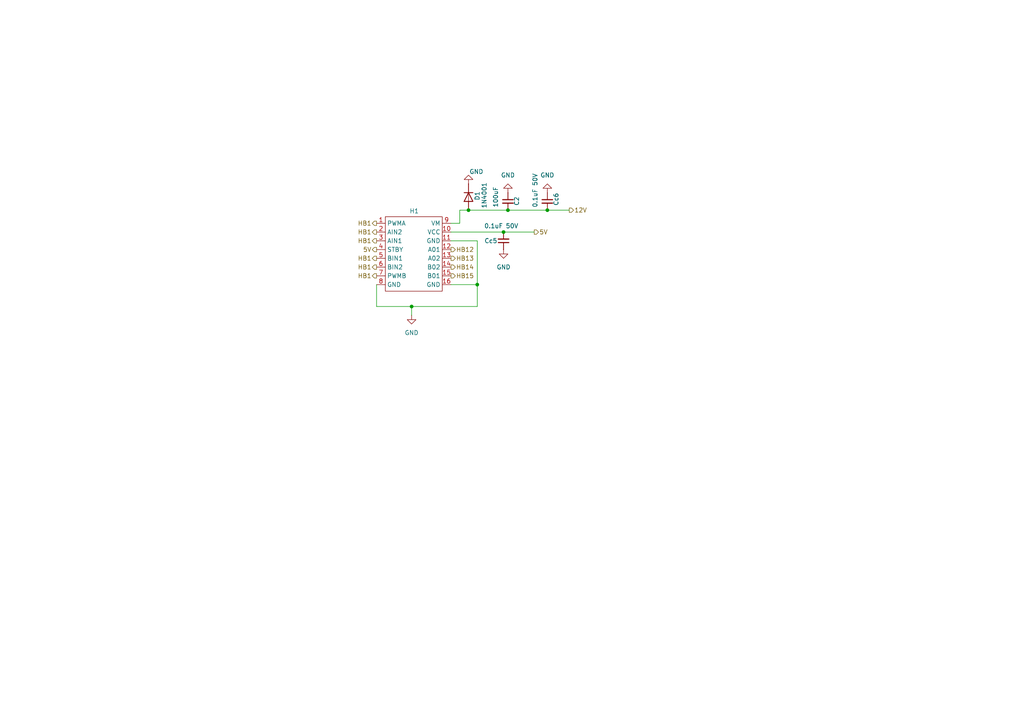
<source format=kicad_sch>
(kicad_sch
	(version 20250114)
	(generator "eeschema")
	(generator_version "9.0")
	(uuid "9ea8abb0-9c54-4e35-9b91-309c401dcdd8")
	(paper "A4")
	(lib_symbols
		(symbol "Device:C_Small"
			(pin_numbers
				(hide yes)
			)
			(pin_names
				(offset 0.254)
				(hide yes)
			)
			(exclude_from_sim no)
			(in_bom yes)
			(on_board yes)
			(property "Reference" "C"
				(at 0.254 1.778 0)
				(effects
					(font
						(size 1.27 1.27)
					)
					(justify left)
				)
			)
			(property "Value" "C_Small"
				(at 0.254 -2.032 0)
				(effects
					(font
						(size 1.27 1.27)
					)
					(justify left)
				)
			)
			(property "Footprint" ""
				(at 0 0 0)
				(effects
					(font
						(size 1.27 1.27)
					)
					(hide yes)
				)
			)
			(property "Datasheet" "~"
				(at 0 0 0)
				(effects
					(font
						(size 1.27 1.27)
					)
					(hide yes)
				)
			)
			(property "Description" "Unpolarized capacitor, small symbol"
				(at 0 0 0)
				(effects
					(font
						(size 1.27 1.27)
					)
					(hide yes)
				)
			)
			(property "ki_keywords" "capacitor cap"
				(at 0 0 0)
				(effects
					(font
						(size 1.27 1.27)
					)
					(hide yes)
				)
			)
			(property "ki_fp_filters" "C_*"
				(at 0 0 0)
				(effects
					(font
						(size 1.27 1.27)
					)
					(hide yes)
				)
			)
			(symbol "C_Small_0_1"
				(polyline
					(pts
						(xy -1.524 0.508) (xy 1.524 0.508)
					)
					(stroke
						(width 0.3048)
						(type default)
					)
					(fill
						(type none)
					)
				)
				(polyline
					(pts
						(xy -1.524 -0.508) (xy 1.524 -0.508)
					)
					(stroke
						(width 0.3302)
						(type default)
					)
					(fill
						(type none)
					)
				)
			)
			(symbol "C_Small_1_1"
				(pin passive line
					(at 0 2.54 270)
					(length 2.032)
					(name "~"
						(effects
							(font
								(size 1.27 1.27)
							)
						)
					)
					(number "1"
						(effects
							(font
								(size 1.27 1.27)
							)
						)
					)
				)
				(pin passive line
					(at 0 -2.54 90)
					(length 2.032)
					(name "~"
						(effects
							(font
								(size 1.27 1.27)
							)
						)
					)
					(number "2"
						(effects
							(font
								(size 1.27 1.27)
							)
						)
					)
				)
			)
			(embedded_fonts no)
		)
		(symbol "Diode:1N4001"
			(pin_numbers
				(hide yes)
			)
			(pin_names
				(hide yes)
			)
			(exclude_from_sim no)
			(in_bom yes)
			(on_board yes)
			(property "Reference" "D"
				(at 0 2.54 0)
				(effects
					(font
						(size 1.27 1.27)
					)
				)
			)
			(property "Value" "1N4001"
				(at 0 -2.54 0)
				(effects
					(font
						(size 1.27 1.27)
					)
				)
			)
			(property "Footprint" "Diode_THT:D_DO-41_SOD81_P10.16mm_Horizontal"
				(at 0 0 0)
				(effects
					(font
						(size 1.27 1.27)
					)
					(hide yes)
				)
			)
			(property "Datasheet" "http://www.vishay.com/docs/88503/1n4001.pdf"
				(at 0 0 0)
				(effects
					(font
						(size 1.27 1.27)
					)
					(hide yes)
				)
			)
			(property "Description" "50V 1A General Purpose Rectifier Diode, DO-41"
				(at 0 0 0)
				(effects
					(font
						(size 1.27 1.27)
					)
					(hide yes)
				)
			)
			(property "Sim.Device" "D"
				(at 0 0 0)
				(effects
					(font
						(size 1.27 1.27)
					)
					(hide yes)
				)
			)
			(property "Sim.Pins" "1=K 2=A"
				(at 0 0 0)
				(effects
					(font
						(size 1.27 1.27)
					)
					(hide yes)
				)
			)
			(property "ki_keywords" "diode"
				(at 0 0 0)
				(effects
					(font
						(size 1.27 1.27)
					)
					(hide yes)
				)
			)
			(property "ki_fp_filters" "D*DO?41*"
				(at 0 0 0)
				(effects
					(font
						(size 1.27 1.27)
					)
					(hide yes)
				)
			)
			(symbol "1N4001_0_1"
				(polyline
					(pts
						(xy -1.27 1.27) (xy -1.27 -1.27)
					)
					(stroke
						(width 0.254)
						(type default)
					)
					(fill
						(type none)
					)
				)
				(polyline
					(pts
						(xy 1.27 1.27) (xy 1.27 -1.27) (xy -1.27 0) (xy 1.27 1.27)
					)
					(stroke
						(width 0.254)
						(type default)
					)
					(fill
						(type none)
					)
				)
				(polyline
					(pts
						(xy 1.27 0) (xy -1.27 0)
					)
					(stroke
						(width 0)
						(type default)
					)
					(fill
						(type none)
					)
				)
			)
			(symbol "1N4001_1_1"
				(pin passive line
					(at -3.81 0 0)
					(length 2.54)
					(name "K"
						(effects
							(font
								(size 1.27 1.27)
							)
						)
					)
					(number "1"
						(effects
							(font
								(size 1.27 1.27)
							)
						)
					)
				)
				(pin passive line
					(at 3.81 0 180)
					(length 2.54)
					(name "A"
						(effects
							(font
								(size 1.27 1.27)
							)
						)
					)
					(number "2"
						(effects
							(font
								(size 1.27 1.27)
							)
						)
					)
				)
			)
			(embedded_fonts no)
		)
		(symbol "Power Distribution Library:H-Bridge"
			(exclude_from_sim no)
			(in_bom yes)
			(on_board yes)
			(property "Reference" "H"
				(at 0 0 0)
				(effects
					(font
						(size 1.27 1.27)
					)
				)
			)
			(property "Value" ""
				(at 0 0 0)
				(effects
					(font
						(size 1.27 1.27)
					)
				)
			)
			(property "Footprint" ""
				(at 0 0 0)
				(effects
					(font
						(size 1.27 1.27)
					)
					(hide yes)
				)
			)
			(property "Datasheet" ""
				(at 0 0 0)
				(effects
					(font
						(size 1.27 1.27)
					)
					(hide yes)
				)
			)
			(property "Description" ""
				(at 0 0 0)
				(effects
					(font
						(size 1.27 1.27)
					)
					(hide yes)
				)
			)
			(symbol "H-Bridge_0_1"
				(rectangle
					(start -8.255 -1.905)
					(end 8.255 -23.495)
					(stroke
						(width 0)
						(type default)
					)
					(fill
						(type none)
					)
				)
			)
			(symbol "H-Bridge_1_1"
				(pin input line
					(at -10.795 -3.81 0)
					(length 2.54)
					(name "PWMA"
						(effects
							(font
								(size 1.27 1.27)
							)
						)
					)
					(number "1"
						(effects
							(font
								(size 1.27 1.27)
							)
						)
					)
				)
				(pin input line
					(at -10.795 -6.35 0)
					(length 2.54)
					(name "AIN2"
						(effects
							(font
								(size 1.27 1.27)
							)
						)
					)
					(number "2"
						(effects
							(font
								(size 1.27 1.27)
							)
						)
					)
				)
				(pin input line
					(at -10.795 -8.89 0)
					(length 2.54)
					(name "AIN1"
						(effects
							(font
								(size 1.27 1.27)
							)
						)
					)
					(number "3"
						(effects
							(font
								(size 1.27 1.27)
							)
						)
					)
				)
				(pin input line
					(at -10.795 -11.43 0)
					(length 2.54)
					(name "STBY"
						(effects
							(font
								(size 1.27 1.27)
							)
						)
					)
					(number "4"
						(effects
							(font
								(size 1.27 1.27)
							)
						)
					)
				)
				(pin input line
					(at -10.795 -13.97 0)
					(length 2.54)
					(name "BIN1"
						(effects
							(font
								(size 1.27 1.27)
							)
						)
					)
					(number "5"
						(effects
							(font
								(size 1.27 1.27)
							)
						)
					)
				)
				(pin input line
					(at -10.795 -16.51 0)
					(length 2.54)
					(name "BIN2"
						(effects
							(font
								(size 1.27 1.27)
							)
						)
					)
					(number "6"
						(effects
							(font
								(size 1.27 1.27)
							)
						)
					)
				)
				(pin input line
					(at -10.795 -19.05 0)
					(length 2.54)
					(name "PWMB"
						(effects
							(font
								(size 1.27 1.27)
							)
						)
					)
					(number "7"
						(effects
							(font
								(size 1.27 1.27)
							)
						)
					)
				)
				(pin power_out line
					(at -10.795 -21.59 0)
					(length 2.54)
					(name "GND"
						(effects
							(font
								(size 1.27 1.27)
							)
						)
					)
					(number "8"
						(effects
							(font
								(size 1.27 1.27)
							)
						)
					)
				)
				(pin power_in line
					(at 10.795 -3.81 180)
					(length 2.54)
					(name "VM"
						(effects
							(font
								(size 1.27 1.27)
							)
						)
					)
					(number "9"
						(effects
							(font
								(size 1.27 1.27)
							)
						)
					)
				)
				(pin power_in line
					(at 10.795 -6.35 180)
					(length 2.54)
					(name "VCC"
						(effects
							(font
								(size 1.27 1.27)
							)
						)
					)
					(number "10"
						(effects
							(font
								(size 1.27 1.27)
							)
						)
					)
				)
				(pin power_out line
					(at 10.795 -8.89 180)
					(length 2.54)
					(name "GND"
						(effects
							(font
								(size 1.27 1.27)
							)
						)
					)
					(number "11"
						(effects
							(font
								(size 1.27 1.27)
							)
						)
					)
				)
				(pin output line
					(at 10.795 -11.43 180)
					(length 2.54)
					(name "A01"
						(effects
							(font
								(size 1.27 1.27)
							)
						)
					)
					(number "12"
						(effects
							(font
								(size 1.27 1.27)
							)
						)
					)
				)
				(pin output line
					(at 10.795 -13.97 180)
					(length 2.54)
					(name "A02"
						(effects
							(font
								(size 1.27 1.27)
							)
						)
					)
					(number "13"
						(effects
							(font
								(size 1.27 1.27)
							)
						)
					)
				)
				(pin output line
					(at 10.795 -16.51 180)
					(length 2.54)
					(name "B02"
						(effects
							(font
								(size 1.27 1.27)
							)
						)
					)
					(number "14"
						(effects
							(font
								(size 1.27 1.27)
							)
						)
					)
				)
				(pin output line
					(at 10.795 -19.05 180)
					(length 2.54)
					(name "B01"
						(effects
							(font
								(size 1.27 1.27)
							)
						)
					)
					(number "15"
						(effects
							(font
								(size 1.27 1.27)
							)
						)
					)
				)
				(pin power_out line
					(at 10.795 -21.59 180)
					(length 2.54)
					(name "GND"
						(effects
							(font
								(size 1.27 1.27)
							)
						)
					)
					(number "16"
						(effects
							(font
								(size 1.27 1.27)
							)
						)
					)
				)
			)
			(embedded_fonts no)
		)
		(symbol "power:GND"
			(power)
			(pin_numbers
				(hide yes)
			)
			(pin_names
				(offset 0)
				(hide yes)
			)
			(exclude_from_sim no)
			(in_bom yes)
			(on_board yes)
			(property "Reference" "#PWR"
				(at 0 -6.35 0)
				(effects
					(font
						(size 1.27 1.27)
					)
					(hide yes)
				)
			)
			(property "Value" "GND"
				(at 0 -3.81 0)
				(effects
					(font
						(size 1.27 1.27)
					)
				)
			)
			(property "Footprint" ""
				(at 0 0 0)
				(effects
					(font
						(size 1.27 1.27)
					)
					(hide yes)
				)
			)
			(property "Datasheet" ""
				(at 0 0 0)
				(effects
					(font
						(size 1.27 1.27)
					)
					(hide yes)
				)
			)
			(property "Description" "Power symbol creates a global label with name \"GND\" , ground"
				(at 0 0 0)
				(effects
					(font
						(size 1.27 1.27)
					)
					(hide yes)
				)
			)
			(property "ki_keywords" "global power"
				(at 0 0 0)
				(effects
					(font
						(size 1.27 1.27)
					)
					(hide yes)
				)
			)
			(symbol "GND_0_1"
				(polyline
					(pts
						(xy 0 0) (xy 0 -1.27) (xy 1.27 -1.27) (xy 0 -2.54) (xy -1.27 -1.27) (xy 0 -1.27)
					)
					(stroke
						(width 0)
						(type default)
					)
					(fill
						(type none)
					)
				)
			)
			(symbol "GND_1_1"
				(pin power_in line
					(at 0 0 270)
					(length 0)
					(name "~"
						(effects
							(font
								(size 1.27 1.27)
							)
						)
					)
					(number "1"
						(effects
							(font
								(size 1.27 1.27)
							)
						)
					)
				)
			)
			(embedded_fonts no)
		)
	)
	(junction
		(at 147.32 60.96)
		(diameter 0)
		(color 0 0 0 0)
		(uuid "7727d4e0-bcb9-4462-8be4-4ab53a506aea")
	)
	(junction
		(at 146.05 67.31)
		(diameter 0)
		(color 0 0 0 0)
		(uuid "85a897f7-3b48-4d01-ab48-5713640131e3")
	)
	(junction
		(at 138.43 82.55)
		(diameter 0)
		(color 0 0 0 0)
		(uuid "8fbe26de-83c8-46fd-a669-16ae5b97e36b")
	)
	(junction
		(at 119.38 88.9)
		(diameter 0)
		(color 0 0 0 0)
		(uuid "919097c0-f369-45ea-b185-a957e317f4d4")
	)
	(junction
		(at 158.75 60.96)
		(diameter 0)
		(color 0 0 0 0)
		(uuid "b75541f2-8ced-4f63-9149-96a082f2704b")
	)
	(junction
		(at 135.89 60.96)
		(diameter 0)
		(color 0 0 0 0)
		(uuid "f39c4dac-d7e9-450b-a1e1-c73f2b4ff7a9")
	)
	(wire
		(pts
			(xy 130.81 69.85) (xy 138.43 69.85)
		)
		(stroke
			(width 0)
			(type default)
		)
		(uuid "04d9cdc5-9ff4-41e7-9ad0-e40508705e55")
	)
	(wire
		(pts
			(xy 133.35 64.77) (xy 133.35 60.96)
		)
		(stroke
			(width 0)
			(type default)
		)
		(uuid "0bbbfc47-376c-4d67-9fbe-46595cce84e9")
	)
	(wire
		(pts
			(xy 133.35 60.96) (xy 135.89 60.96)
		)
		(stroke
			(width 0)
			(type default)
		)
		(uuid "167a0140-6694-4651-80d3-891cf66cecbe")
	)
	(wire
		(pts
			(xy 138.43 82.55) (xy 138.43 88.9)
		)
		(stroke
			(width 0)
			(type default)
		)
		(uuid "4eccfbee-b8f6-41e6-b091-6b950da076c2")
	)
	(wire
		(pts
			(xy 119.38 88.9) (xy 119.38 91.44)
		)
		(stroke
			(width 0)
			(type default)
		)
		(uuid "510d60fb-f91e-453e-9145-0dbe59f82fae")
	)
	(wire
		(pts
			(xy 109.22 88.9) (xy 119.38 88.9)
		)
		(stroke
			(width 0)
			(type default)
		)
		(uuid "684b8bb9-ee7d-458e-a292-24fc9afb6bf7")
	)
	(wire
		(pts
			(xy 135.89 60.96) (xy 147.32 60.96)
		)
		(stroke
			(width 0)
			(type default)
		)
		(uuid "6a2b946d-331d-4649-b9ae-81afc21800f3")
	)
	(wire
		(pts
			(xy 130.81 82.55) (xy 138.43 82.55)
		)
		(stroke
			(width 0)
			(type default)
		)
		(uuid "6c78181c-f23a-414e-8b60-fcf398e28114")
	)
	(wire
		(pts
			(xy 158.75 60.96) (xy 165.1 60.96)
		)
		(stroke
			(width 0)
			(type default)
		)
		(uuid "701ca27f-0c3f-465a-95c0-e443a456409d")
	)
	(wire
		(pts
			(xy 109.22 82.55) (xy 109.22 88.9)
		)
		(stroke
			(width 0)
			(type default)
		)
		(uuid "79f87c22-822f-4e84-8589-f9f0b46a377b")
	)
	(wire
		(pts
			(xy 146.05 67.31) (xy 154.94 67.31)
		)
		(stroke
			(width 0)
			(type default)
		)
		(uuid "92b4dc82-987f-44c6-ab2e-4d95f760b363")
	)
	(wire
		(pts
			(xy 130.81 67.31) (xy 146.05 67.31)
		)
		(stroke
			(width 0)
			(type default)
		)
		(uuid "9331117b-2ed7-41dd-b5cb-2a85dc44f1aa")
	)
	(wire
		(pts
			(xy 147.32 60.96) (xy 158.75 60.96)
		)
		(stroke
			(width 0)
			(type default)
		)
		(uuid "98a80fcc-733a-425e-a93f-74956b803464")
	)
	(wire
		(pts
			(xy 119.38 88.9) (xy 138.43 88.9)
		)
		(stroke
			(width 0)
			(type default)
		)
		(uuid "c3605bd4-10c0-4362-a560-0954d26d1823")
	)
	(wire
		(pts
			(xy 130.81 64.77) (xy 133.35 64.77)
		)
		(stroke
			(width 0)
			(type default)
		)
		(uuid "e0c6e7d1-f669-442c-abc2-50d026712201")
	)
	(wire
		(pts
			(xy 138.43 69.85) (xy 138.43 82.55)
		)
		(stroke
			(width 0)
			(type default)
		)
		(uuid "e98c1c53-7f26-4e41-a393-59c89e234ecb")
	)
	(hierarchical_label "HB1"
		(shape output)
		(at 109.22 67.31 180)
		(effects
			(font
				(size 1.27 1.27)
			)
			(justify right)
		)
		(uuid "099d828b-f2fb-4fbe-9020-84dd39451950")
	)
	(hierarchical_label "HB1"
		(shape output)
		(at 109.22 69.85 180)
		(effects
			(font
				(size 1.27 1.27)
			)
			(justify right)
		)
		(uuid "182ad335-be13-4aa5-9d79-8ac861c1aac1")
	)
	(hierarchical_label "HB15"
		(shape output)
		(at 130.81 80.01 0)
		(effects
			(font
				(size 1.27 1.27)
			)
			(justify left)
		)
		(uuid "266e78b9-3a71-4225-a0d3-b45b047c0384")
	)
	(hierarchical_label "HB1"
		(shape output)
		(at 109.22 64.77 180)
		(effects
			(font
				(size 1.27 1.27)
			)
			(justify right)
		)
		(uuid "46f6a28f-ee4b-4ebf-82c6-50883ef40e35")
	)
	(hierarchical_label "HB14"
		(shape output)
		(at 130.81 77.47 0)
		(effects
			(font
				(size 1.27 1.27)
			)
			(justify left)
		)
		(uuid "5946efc1-779d-49eb-a858-e51a78168411")
	)
	(hierarchical_label "HB1"
		(shape output)
		(at 109.22 80.01 180)
		(effects
			(font
				(size 1.27 1.27)
			)
			(justify right)
		)
		(uuid "5a48d101-cea8-44d9-9792-afb9e1c2155a")
	)
	(hierarchical_label "HB1"
		(shape output)
		(at 109.22 74.93 180)
		(effects
			(font
				(size 1.27 1.27)
			)
			(justify right)
		)
		(uuid "5b3a80d6-6676-401d-bf79-8a8b70c11a84")
	)
	(hierarchical_label "5V"
		(shape output)
		(at 154.94 67.31 0)
		(effects
			(font
				(size 1.27 1.27)
			)
			(justify left)
		)
		(uuid "5b597aa3-f3ae-482b-becd-5a6331ffb9a1")
	)
	(hierarchical_label "HB13"
		(shape output)
		(at 130.81 74.93 0)
		(effects
			(font
				(size 1.27 1.27)
			)
			(justify left)
		)
		(uuid "7449303c-25f9-45d0-a7e3-a750759f7ef1")
	)
	(hierarchical_label "5V"
		(shape output)
		(at 109.22 72.39 180)
		(effects
			(font
				(size 1.27 1.27)
			)
			(justify right)
		)
		(uuid "7b87de49-e127-4738-88a1-fa258a4d2539")
	)
	(hierarchical_label "HB12"
		(shape output)
		(at 130.81 72.39 0)
		(effects
			(font
				(size 1.27 1.27)
			)
			(justify left)
		)
		(uuid "8139afd9-55f4-4ae6-9128-042dd337f054")
	)
	(hierarchical_label "12V"
		(shape output)
		(at 165.1 60.96 0)
		(effects
			(font
				(size 1.27 1.27)
			)
			(justify left)
		)
		(uuid "877a1b86-4967-4133-912b-46d816e66161")
	)
	(hierarchical_label "HB1"
		(shape output)
		(at 109.22 77.47 180)
		(effects
			(font
				(size 1.27 1.27)
			)
			(justify right)
		)
		(uuid "89b44656-16e5-4d98-92e9-7e9d7d1c8d24")
	)
	(symbol
		(lib_id "Power Distribution Library:H-Bridge")
		(at 120.015 60.96 0)
		(unit 1)
		(exclude_from_sim no)
		(in_bom yes)
		(on_board yes)
		(dnp no)
		(uuid "16260d08-45c4-4799-b792-9e42f6000080")
		(property "Reference" "H1"
			(at 120.142 61.214 0)
			(effects
				(font
					(size 1.27 1.27)
				)
			)
		)
		(property "Value" "~"
			(at 120.015 60.96 0)
			(effects
				(font
					(size 1.27 1.27)
				)
				(hide yes)
			)
		)
		(property "Footprint" ""
			(at 120.015 60.96 0)
			(effects
				(font
					(size 1.27 1.27)
				)
				(hide yes)
			)
		)
		(property "Datasheet" ""
			(at 120.015 60.96 0)
			(effects
				(font
					(size 1.27 1.27)
				)
				(hide yes)
			)
		)
		(property "Description" ""
			(at 120.015 60.96 0)
			(effects
				(font
					(size 1.27 1.27)
				)
				(hide yes)
			)
		)
		(pin "11"
			(uuid "e3c5e129-30b9-42d5-a079-9a313ee7a123")
		)
		(pin "14"
			(uuid "4aa659bf-8196-4d6e-9f15-c49f8efff9e0")
		)
		(pin "2"
			(uuid "83327b86-1ebf-480e-bfe7-7b4607b3ad11")
		)
		(pin "3"
			(uuid "4a92cc52-8f0f-4e86-bf9c-d2b067da2724")
		)
		(pin "4"
			(uuid "9a1fde2b-df35-431c-ae15-b549643fd5ed")
		)
		(pin "5"
			(uuid "9572fe0c-9420-4f6f-8851-928992f6519b")
		)
		(pin "9"
			(uuid "b8f63cd5-c1cd-4e37-b87a-53c29b029cdd")
		)
		(pin "16"
			(uuid "4951a869-33d5-43ab-815f-85b9543a2d26")
		)
		(pin "12"
			(uuid "25cf3635-c96c-4539-9dec-799d5799f959")
		)
		(pin "7"
			(uuid "2c19d779-afba-46e3-9261-cbfe422b9637")
		)
		(pin "8"
			(uuid "9e429b4e-5a57-49e9-8635-a5774497ca6f")
		)
		(pin "10"
			(uuid "a82f886c-ec01-4131-89c6-ab6b150cb994")
		)
		(pin "13"
			(uuid "1f9a9196-ca58-4ac9-bd55-c652bc387d7e")
		)
		(pin "1"
			(uuid "594008db-b42a-4075-86ca-a431e2b04fc5")
		)
		(pin "6"
			(uuid "2574abd8-876d-4d7c-937a-aff5b69f8bd3")
		)
		(pin "15"
			(uuid "52a44922-248b-4230-8505-613a67093446")
		)
		(instances
			(project "Basic Power Distribution"
				(path "/806c945d-80a3-4a32-a262-566a8b69f4ec/eea05c16-4097-4163-938d-6cfac6b2cdf4"
					(reference "H1")
					(unit 1)
				)
			)
		)
	)
	(symbol
		(lib_id "power:GND")
		(at 158.75 55.88 0)
		(mirror x)
		(unit 1)
		(exclude_from_sim no)
		(in_bom yes)
		(on_board yes)
		(dnp no)
		(uuid "3152582d-a2c8-40ad-a5e6-2509cbf031e2")
		(property "Reference" "#PWR037"
			(at 158.75 49.53 0)
			(effects
				(font
					(size 1.27 1.27)
				)
				(hide yes)
			)
		)
		(property "Value" "GND"
			(at 158.75 50.8 0)
			(effects
				(font
					(size 1.27 1.27)
				)
			)
		)
		(property "Footprint" ""
			(at 158.75 55.88 0)
			(effects
				(font
					(size 1.27 1.27)
				)
				(hide yes)
			)
		)
		(property "Datasheet" ""
			(at 158.75 55.88 0)
			(effects
				(font
					(size 1.27 1.27)
				)
				(hide yes)
			)
		)
		(property "Description" "Power symbol creates a global label with name \"GND\" , ground"
			(at 158.75 55.88 0)
			(effects
				(font
					(size 1.27 1.27)
				)
				(hide yes)
			)
		)
		(pin "1"
			(uuid "f53990ec-ca04-4d4c-b8e0-2928749e408a")
		)
		(instances
			(project "Basic Power Distribution"
				(path "/806c945d-80a3-4a32-a262-566a8b69f4ec/eea05c16-4097-4163-938d-6cfac6b2cdf4"
					(reference "#PWR037")
					(unit 1)
				)
			)
		)
	)
	(symbol
		(lib_id "Device:C_Small")
		(at 147.32 58.42 0)
		(mirror y)
		(unit 1)
		(exclude_from_sim no)
		(in_bom yes)
		(on_board yes)
		(dnp no)
		(uuid "3bd47cd8-62b8-411c-91fe-7013105718c7")
		(property "Reference" "C2"
			(at 149.86 59.69 90)
			(effects
				(font
					(size 1.27 1.27)
				)
				(justify left)
			)
		)
		(property "Value" "100uF"
			(at 143.764 60.198 90)
			(effects
				(font
					(size 1.27 1.27)
				)
				(justify left)
			)
		)
		(property "Footprint" ""
			(at 147.32 58.42 0)
			(effects
				(font
					(size 1.27 1.27)
				)
				(hide yes)
			)
		)
		(property "Datasheet" "~"
			(at 147.32 58.42 0)
			(effects
				(font
					(size 1.27 1.27)
				)
				(hide yes)
			)
		)
		(property "Description" "Unpolarized capacitor, small symbol"
			(at 147.32 58.42 0)
			(effects
				(font
					(size 1.27 1.27)
				)
				(hide yes)
			)
		)
		(pin "2"
			(uuid "5d143697-96a3-4007-908b-de0007aa0875")
		)
		(pin "1"
			(uuid "2e019064-056d-4a2d-9f04-f71da03f15d1")
		)
		(instances
			(project "Basic Power Distribution"
				(path "/806c945d-80a3-4a32-a262-566a8b69f4ec/eea05c16-4097-4163-938d-6cfac6b2cdf4"
					(reference "C2")
					(unit 1)
				)
			)
		)
	)
	(symbol
		(lib_id "power:GND")
		(at 146.05 72.39 0)
		(unit 1)
		(exclude_from_sim no)
		(in_bom yes)
		(on_board yes)
		(dnp no)
		(fields_autoplaced yes)
		(uuid "5cd06856-68a8-4c46-8933-cbd6774f2223")
		(property "Reference" "#PWR035"
			(at 146.05 78.74 0)
			(effects
				(font
					(size 1.27 1.27)
				)
				(hide yes)
			)
		)
		(property "Value" "GND"
			(at 146.05 77.47 0)
			(effects
				(font
					(size 1.27 1.27)
				)
			)
		)
		(property "Footprint" ""
			(at 146.05 72.39 0)
			(effects
				(font
					(size 1.27 1.27)
				)
				(hide yes)
			)
		)
		(property "Datasheet" ""
			(at 146.05 72.39 0)
			(effects
				(font
					(size 1.27 1.27)
				)
				(hide yes)
			)
		)
		(property "Description" "Power symbol creates a global label with name \"GND\" , ground"
			(at 146.05 72.39 0)
			(effects
				(font
					(size 1.27 1.27)
				)
				(hide yes)
			)
		)
		(pin "1"
			(uuid "ee15de73-89e5-4858-a739-79336bf850e5")
		)
		(instances
			(project "Basic Power Distribution"
				(path "/806c945d-80a3-4a32-a262-566a8b69f4ec/eea05c16-4097-4163-938d-6cfac6b2cdf4"
					(reference "#PWR035")
					(unit 1)
				)
			)
		)
	)
	(symbol
		(lib_id "power:GND")
		(at 135.89 53.34 0)
		(mirror x)
		(unit 1)
		(exclude_from_sim no)
		(in_bom yes)
		(on_board yes)
		(dnp no)
		(uuid "71c75446-d2b3-44f4-aa8e-4946c16f0360")
		(property "Reference" "#PWR057"
			(at 135.89 46.99 0)
			(effects
				(font
					(size 1.27 1.27)
				)
				(hide yes)
			)
		)
		(property "Value" "GND"
			(at 138.176 49.784 0)
			(effects
				(font
					(size 1.27 1.27)
				)
			)
		)
		(property "Footprint" ""
			(at 135.89 53.34 0)
			(effects
				(font
					(size 1.27 1.27)
				)
				(hide yes)
			)
		)
		(property "Datasheet" ""
			(at 135.89 53.34 0)
			(effects
				(font
					(size 1.27 1.27)
				)
				(hide yes)
			)
		)
		(property "Description" "Power symbol creates a global label with name \"GND\" , ground"
			(at 135.89 53.34 0)
			(effects
				(font
					(size 1.27 1.27)
				)
				(hide yes)
			)
		)
		(pin "1"
			(uuid "a483e6a3-0cf3-42fa-a222-aadfee2aa27f")
		)
		(instances
			(project "Basic Power Distribution"
				(path "/806c945d-80a3-4a32-a262-566a8b69f4ec/eea05c16-4097-4163-938d-6cfac6b2cdf4"
					(reference "#PWR057")
					(unit 1)
				)
			)
		)
	)
	(symbol
		(lib_id "Diode:1N4001")
		(at 135.89 57.15 90)
		(mirror x)
		(unit 1)
		(exclude_from_sim no)
		(in_bom yes)
		(on_board yes)
		(dnp no)
		(uuid "9ca5ec32-27b5-4ac5-9d53-3b58d39c324c")
		(property "Reference" "D1"
			(at 138.43 58.166 0)
			(effects
				(font
					(size 1.27 1.27)
				)
				(justify right)
			)
		)
		(property "Value" "1N4001"
			(at 140.462 60.452 0)
			(effects
				(font
					(size 1.27 1.27)
				)
				(justify right)
			)
		)
		(property "Footprint" "Diode_THT:D_DO-41_SOD81_P10.16mm_Horizontal"
			(at 135.89 57.15 0)
			(effects
				(font
					(size 1.27 1.27)
				)
				(hide yes)
			)
		)
		(property "Datasheet" "http://www.vishay.com/docs/88503/1n4001.pdf"
			(at 135.89 57.15 0)
			(effects
				(font
					(size 1.27 1.27)
				)
				(hide yes)
			)
		)
		(property "Description" "50V 1A General Purpose Rectifier Diode, DO-41"
			(at 135.89 57.15 0)
			(effects
				(font
					(size 1.27 1.27)
				)
				(hide yes)
			)
		)
		(property "Sim.Device" "D"
			(at 135.89 57.15 0)
			(effects
				(font
					(size 1.27 1.27)
				)
				(hide yes)
			)
		)
		(property "Sim.Pins" "1=K 2=A"
			(at 135.89 57.15 0)
			(effects
				(font
					(size 1.27 1.27)
				)
				(hide yes)
			)
		)
		(pin "1"
			(uuid "66e0d308-4e9b-4a9c-a6d2-dd2186e43b5d")
		)
		(pin "2"
			(uuid "c4bd3cc7-35ae-4cf9-8efd-645a25320c09")
		)
		(instances
			(project "Basic Power Distribution"
				(path "/806c945d-80a3-4a32-a262-566a8b69f4ec/eea05c16-4097-4163-938d-6cfac6b2cdf4"
					(reference "D1")
					(unit 1)
				)
			)
		)
	)
	(symbol
		(lib_id "Device:C_Small")
		(at 158.75 58.42 0)
		(mirror y)
		(unit 1)
		(exclude_from_sim no)
		(in_bom yes)
		(on_board yes)
		(dnp no)
		(uuid "b1988f40-d363-400b-9d55-13fc9ae084ca")
		(property "Reference" "Cc6"
			(at 161.29 59.69 90)
			(effects
				(font
					(size 1.27 1.27)
				)
				(justify left)
			)
		)
		(property "Value" "0.1uF 50V"
			(at 155.194 60.198 90)
			(effects
				(font
					(size 1.27 1.27)
				)
				(justify left)
			)
		)
		(property "Footprint" ""
			(at 158.75 58.42 0)
			(effects
				(font
					(size 1.27 1.27)
				)
				(hide yes)
			)
		)
		(property "Datasheet" "~"
			(at 158.75 58.42 0)
			(effects
				(font
					(size 1.27 1.27)
				)
				(hide yes)
			)
		)
		(property "Description" "Unpolarized capacitor, small symbol"
			(at 158.75 58.42 0)
			(effects
				(font
					(size 1.27 1.27)
				)
				(hide yes)
			)
		)
		(pin "2"
			(uuid "0c1b3018-00f2-4e94-b47a-726bbd41cb26")
		)
		(pin "1"
			(uuid "45ad0fc8-668d-436b-9934-9c6e744e1f90")
		)
		(instances
			(project "Basic Power Distribution"
				(path "/806c945d-80a3-4a32-a262-566a8b69f4ec/eea05c16-4097-4163-938d-6cfac6b2cdf4"
					(reference "Cc6")
					(unit 1)
				)
			)
		)
	)
	(symbol
		(lib_id "power:GND")
		(at 147.32 55.88 0)
		(mirror x)
		(unit 1)
		(exclude_from_sim no)
		(in_bom yes)
		(on_board yes)
		(dnp no)
		(uuid "b230c234-f8fa-487f-9d1e-5eea49e2a910")
		(property "Reference" "#PWR056"
			(at 147.32 49.53 0)
			(effects
				(font
					(size 1.27 1.27)
				)
				(hide yes)
			)
		)
		(property "Value" "GND"
			(at 147.32 50.8 0)
			(effects
				(font
					(size 1.27 1.27)
				)
			)
		)
		(property "Footprint" ""
			(at 147.32 55.88 0)
			(effects
				(font
					(size 1.27 1.27)
				)
				(hide yes)
			)
		)
		(property "Datasheet" ""
			(at 147.32 55.88 0)
			(effects
				(font
					(size 1.27 1.27)
				)
				(hide yes)
			)
		)
		(property "Description" "Power symbol creates a global label with name \"GND\" , ground"
			(at 147.32 55.88 0)
			(effects
				(font
					(size 1.27 1.27)
				)
				(hide yes)
			)
		)
		(pin "1"
			(uuid "2404a3be-1efd-4473-9e13-32328562179c")
		)
		(instances
			(project "Basic Power Distribution"
				(path "/806c945d-80a3-4a32-a262-566a8b69f4ec/eea05c16-4097-4163-938d-6cfac6b2cdf4"
					(reference "#PWR056")
					(unit 1)
				)
			)
		)
	)
	(symbol
		(lib_id "Device:C_Small")
		(at 146.05 69.85 180)
		(unit 1)
		(exclude_from_sim no)
		(in_bom yes)
		(on_board yes)
		(dnp no)
		(uuid "c4cb8474-844e-4737-ad86-1590ee107e96")
		(property "Reference" "Cc5"
			(at 144.272 69.85 0)
			(effects
				(font
					(size 1.27 1.27)
				)
				(justify left)
			)
		)
		(property "Value" "0.1uF 50V"
			(at 150.368 65.532 0)
			(effects
				(font
					(size 1.27 1.27)
				)
				(justify left)
			)
		)
		(property "Footprint" ""
			(at 146.05 69.85 0)
			(effects
				(font
					(size 1.27 1.27)
				)
				(hide yes)
			)
		)
		(property "Datasheet" "~"
			(at 146.05 69.85 0)
			(effects
				(font
					(size 1.27 1.27)
				)
				(hide yes)
			)
		)
		(property "Description" "Unpolarized capacitor, small symbol"
			(at 146.05 69.85 0)
			(effects
				(font
					(size 1.27 1.27)
				)
				(hide yes)
			)
		)
		(pin "2"
			(uuid "98823ade-b5ac-4645-b4a1-115365a127d6")
		)
		(pin "1"
			(uuid "bad98ab6-8e4b-414f-8966-a4bfff48c0d2")
		)
		(instances
			(project "Basic Power Distribution"
				(path "/806c945d-80a3-4a32-a262-566a8b69f4ec/eea05c16-4097-4163-938d-6cfac6b2cdf4"
					(reference "Cc5")
					(unit 1)
				)
			)
		)
	)
	(symbol
		(lib_id "power:GND")
		(at 119.38 91.44 0)
		(unit 1)
		(exclude_from_sim no)
		(in_bom yes)
		(on_board yes)
		(dnp no)
		(fields_autoplaced yes)
		(uuid "e19785bf-555b-4a4b-ad70-3daf16570cee")
		(property "Reference" "#PWR03"
			(at 119.38 97.79 0)
			(effects
				(font
					(size 1.27 1.27)
				)
				(hide yes)
			)
		)
		(property "Value" "GND"
			(at 119.38 96.52 0)
			(effects
				(font
					(size 1.27 1.27)
				)
			)
		)
		(property "Footprint" ""
			(at 119.38 91.44 0)
			(effects
				(font
					(size 1.27 1.27)
				)
				(hide yes)
			)
		)
		(property "Datasheet" ""
			(at 119.38 91.44 0)
			(effects
				(font
					(size 1.27 1.27)
				)
				(hide yes)
			)
		)
		(property "Description" "Power symbol creates a global label with name \"GND\" , ground"
			(at 119.38 91.44 0)
			(effects
				(font
					(size 1.27 1.27)
				)
				(hide yes)
			)
		)
		(pin "1"
			(uuid "dd5d0687-4229-44d2-a17f-1b0f473a7b55")
		)
		(instances
			(project "Basic Power Distribution"
				(path "/806c945d-80a3-4a32-a262-566a8b69f4ec/eea05c16-4097-4163-938d-6cfac6b2cdf4"
					(reference "#PWR03")
					(unit 1)
				)
			)
		)
	)
)

</source>
